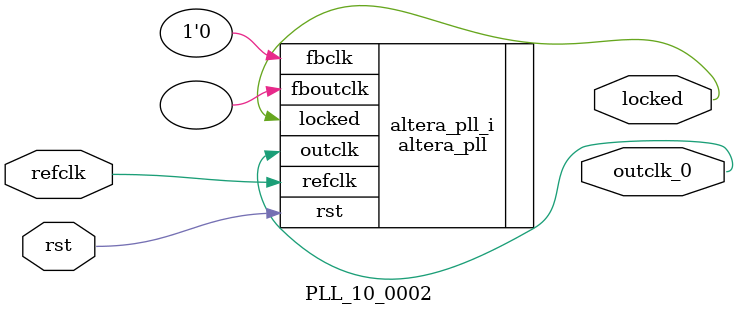
<source format=v>
`timescale 1ns/10ps
module  PLL_10_0002(

	// interface 'refclk'
	input wire refclk,

	// interface 'reset'
	input wire rst,

	// interface 'outclk0'
	output wire outclk_0,

	// interface 'locked'
	output wire locked
);

	altera_pll #(
		.fractional_vco_multiplier("false"),
		.reference_clock_frequency("50.0 MHz"),
		.operation_mode("direct"),
		.number_of_clocks(1),
		.output_clock_frequency0("10.000000 MHz"),
		.phase_shift0("0 ps"),
		.duty_cycle0(50),
		.output_clock_frequency1("0 MHz"),
		.phase_shift1("0 ps"),
		.duty_cycle1(50),
		.output_clock_frequency2("0 MHz"),
		.phase_shift2("0 ps"),
		.duty_cycle2(50),
		.output_clock_frequency3("0 MHz"),
		.phase_shift3("0 ps"),
		.duty_cycle3(50),
		.output_clock_frequency4("0 MHz"),
		.phase_shift4("0 ps"),
		.duty_cycle4(50),
		.output_clock_frequency5("0 MHz"),
		.phase_shift5("0 ps"),
		.duty_cycle5(50),
		.output_clock_frequency6("0 MHz"),
		.phase_shift6("0 ps"),
		.duty_cycle6(50),
		.output_clock_frequency7("0 MHz"),
		.phase_shift7("0 ps"),
		.duty_cycle7(50),
		.output_clock_frequency8("0 MHz"),
		.phase_shift8("0 ps"),
		.duty_cycle8(50),
		.output_clock_frequency9("0 MHz"),
		.phase_shift9("0 ps"),
		.duty_cycle9(50),
		.output_clock_frequency10("0 MHz"),
		.phase_shift10("0 ps"),
		.duty_cycle10(50),
		.output_clock_frequency11("0 MHz"),
		.phase_shift11("0 ps"),
		.duty_cycle11(50),
		.output_clock_frequency12("0 MHz"),
		.phase_shift12("0 ps"),
		.duty_cycle12(50),
		.output_clock_frequency13("0 MHz"),
		.phase_shift13("0 ps"),
		.duty_cycle13(50),
		.output_clock_frequency14("0 MHz"),
		.phase_shift14("0 ps"),
		.duty_cycle14(50),
		.output_clock_frequency15("0 MHz"),
		.phase_shift15("0 ps"),
		.duty_cycle15(50),
		.output_clock_frequency16("0 MHz"),
		.phase_shift16("0 ps"),
		.duty_cycle16(50),
		.output_clock_frequency17("0 MHz"),
		.phase_shift17("0 ps"),
		.duty_cycle17(50),
		.pll_type("General"),
		.pll_subtype("General")
	) altera_pll_i (
		.rst	(rst),
		.outclk	({outclk_0}),
		.locked	(locked),
		.fboutclk	( ),
		.fbclk	(1'b0),
		.refclk	(refclk)
	);
endmodule


</source>
